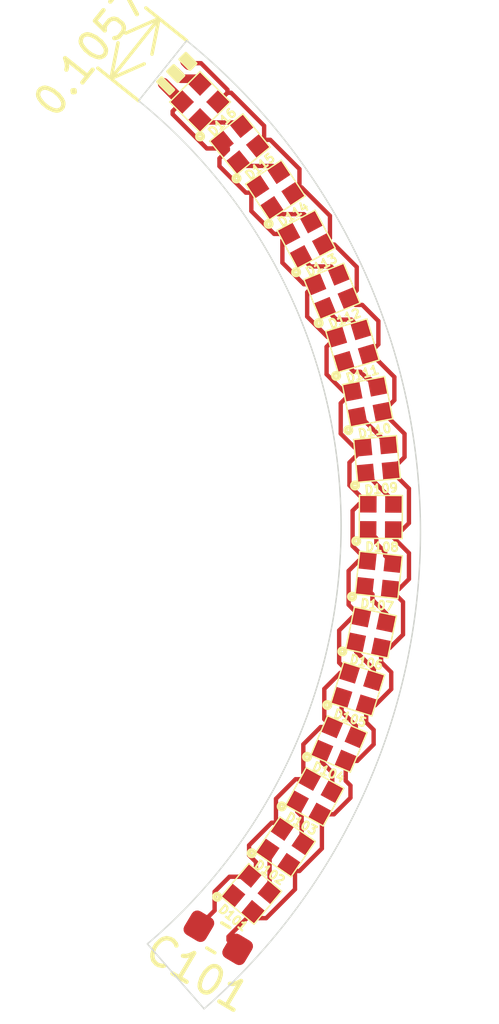
<source format=kicad_pcb>
(kicad_pcb (version 20190905) (host pcbnew "(5.99.0-218-ga43b00b66)")

  (general
    (thickness 1.6)
    (drawings 9)
    (tracks 219)
    (modules 17)
    (nets 18)
  )

  (page "A4")
  (layers
    (0 "F.Cu" signal)
    (31 "B.Cu" signal)
    (32 "B.Adhes" user)
    (33 "F.Adhes" user)
    (34 "B.Paste" user)
    (35 "F.Paste" user)
    (36 "B.SilkS" user)
    (37 "F.SilkS" user)
    (38 "B.Mask" user)
    (39 "F.Mask" user)
    (40 "Dwgs.User" user)
    (41 "Cmts.User" user)
    (42 "Eco1.User" user)
    (43 "Eco2.User" user)
    (44 "Edge.Cuts" user)
    (45 "Margin" user)
    (46 "B.CrtYd" user)
    (47 "F.CrtYd" user)
    (48 "B.Fab" user)
    (49 "F.Fab" user)
  )

  (setup
    (stackup
      (layer "F.SilkS" (type "Top Silk Screen"))
      (layer "F.Paste" (type "Top Solder Paste"))
      (layer "F.Mask" (type "Top Solder Mask") (thickness 0.01) (color "Green"))
      (layer "F.Cu" (type "copper") (thickness 0.035))
      (layer "dielectric 1" (type "core") (thickness 1.51) (material "FR4") (epsilon_r 4.5) (loss_tangent 0.02))
      (layer "B.Cu" (type "copper") (thickness 0.035))
      (layer "B.Mask" (type "Bottom Solder Mask") (thickness 0.01) (color "Green"))
      (layer "B.Paste" (type "Bottom Solder Paste"))
      (layer "B.SilkS" (type "Bottom Silk Screen"))
      (copper_finish "None")
      (dielectric_constraints no)
    )
    (last_trace_width 0.1524)
    (user_trace_width 0.25)
    (user_trace_width 0.3)
    (user_trace_width 0.4)
    (user_trace_width 0.5)
    (trace_clearance 0.1524)
    (zone_clearance 0.508)
    (zone_45_only no)
    (trace_min 0.1524)
    (via_size 0.8)
    (via_drill 0.4)
    (via_min_size 0.4)
    (via_min_drill 0.3)
    (uvia_size 0.3)
    (uvia_drill 0.1)
    (uvias_allowed no)
    (uvia_min_size 0.2)
    (uvia_min_drill 0.1)
    (max_error 0.005)
    (defaults
      (edge_clearance 0.01)
      (edge_cuts_line_width 0.05)
      (courtyard_line_width 0.05)
      (copper_line_width 0.2)
      (copper_text_dims (size 1.5 1.5) (thickness 0.3))
      (silk_line_width 0.12)
      (silk_text_dims (size 1 1) (thickness 0.15))
      (other_layers_line_width 0.1)
      (other_layers_text_dims (size 1 1) (thickness 0.15))
    )
    (pad_size 1.524 1.524)
    (pad_drill 0.762)
    (pad_to_mask_clearance 0.051)
    (solder_mask_min_width 0.25)
    (aux_axis_origin 0 0)
    (visible_elements FFFFFF7F)
    (pcbplotparams
      (layerselection 0x010fc_ffffffff)
      (usegerberextensions true)
      (usegerberattributes false)
      (usegerberadvancedattributes false)
      (creategerberjobfile false)
      (excludeedgelayer false)
      (linewidth 0.100000)
      (plotframeref false)
      (viasonmask false)
      (mode 1)
      (useauxorigin false)
      (hpglpennumber 1)
      (hpglpenspeed 20)
      (hpglpendiameter 15.000000)
      (psnegative false)
      (psa4output false)
      (plotreference false)
      (plotvalue false)
      (plotinvisibletext false)
      (padsonsilk false)
      (subtractmaskfromsilk false)
      (outputformat 1)
      (mirror false)
      (drillshape 0)
      (scaleselection 1)
      (outputdirectory "gerbers")
    )
  )

  (net 0 "")
  (net 1 "GND")
  (net 2 "+5V")
  (net 3 "Net-(D101-Pad3)")
  (net 4 "Net-(D102-Pad3)")
  (net 5 "Net-(D102-Pad1)")
  (net 6 "Net-(D103-Pad3)")
  (net 7 "Net-(D104-Pad3)")
  (net 8 "Net-(D105-Pad3)")
  (net 9 "Net-(D106-Pad3)")
  (net 10 "Net-(D107-Pad3)")
  (net 11 "Net-(D108-Pad3)")
  (net 12 "Net-(D109-Pad3)")
  (net 13 "Net-(D110-Pad3)")
  (net 14 "Net-(D111-Pad3)")
  (net 15 "Net-(D112-Pad3)")
  (net 16 "Net-(D113-Pad3)")
  (net 17 "Net-(D114-Pad3)")

  (net_class "Default" "This is the default net class."
    (clearance 0.1524)
    (trace_width 0.1524)
    (via_dia 0.8)
    (via_drill 0.4)
    (uvia_dia 0.3)
    (uvia_drill 0.1)
    (add_net "+5V")
    (add_net "GND")
    (add_net "Net-(D101-Pad3)")
    (add_net "Net-(D102-Pad1)")
    (add_net "Net-(D102-Pad3)")
    (add_net "Net-(D103-Pad3)")
    (add_net "Net-(D104-Pad3)")
    (add_net "Net-(D105-Pad3)")
    (add_net "Net-(D106-Pad3)")
    (add_net "Net-(D107-Pad3)")
    (add_net "Net-(D108-Pad3)")
    (add_net "Net-(D109-Pad3)")
    (add_net "Net-(D110-Pad3)")
    (add_net "Net-(D111-Pad3)")
    (add_net "Net-(D112-Pad3)")
    (add_net "Net-(D113-Pad3)")
    (add_net "Net-(D114-Pad3)")
  )

  (module "SK6812-EC1515:SK6812-EC1515" (layer "F.Cu") (tedit 5D9E890D) (tstamp 5D9EE613)
    (at 97.48782 90.974859 45)
    (path "/5D9FA739")
    (fp_text reference "D116" (at 0.5 0.6 45 unlocked) (layer "F.SilkS")
      (effects (font (size 0.3 0.3) (thickness 0.075)))
    )
    (fp_text value "SK6812MINI" (at 0 -0.5 45 unlocked) (layer "F.Fab")
      (effects (font (size 1 1) (thickness 0.15)))
    )
    (fp_line (start -0.3 -1.2) (end 1.2 -1.2) (layer "F.SilkS") (width 0.05))
    (fp_line (start 1.2 -1.2) (end 1.2 0.3) (layer "F.SilkS") (width 0.05))
    (fp_line (start 1.2 0.3) (end -0.3 0.3) (layer "F.SilkS") (width 0.05))
    (fp_line (start -0.3 0.3) (end -0.3 -1.2) (layer "F.SilkS") (width 0.05))
    (fp_circle (center -0.4 0.4) (end -0.4 0.3) (layer "F.SilkS") (width 0.15))
    (pad "4" smd rect (at 0 -0.9 45) (size 0.6 0.6) (layers "F.Cu" "F.Paste" "F.Mask")
      (net 1 "GND"))
    (pad "3" smd rect (at 0.9 -0.9 45) (size 0.6 0.6) (layers "F.Cu" "F.Paste" "F.Mask"))
    (pad "2" smd rect (at 0.9 0 45) (size 0.6 0.6) (layers "F.Cu" "F.Paste" "F.Mask")
      (net 2 "+5V"))
    (pad "1" smd rect (at 0 0 45) (size 0.6 0.6) (layers "F.Cu" "F.Paste" "F.Mask")
      (net 17 "Net-(D114-Pad3)"))
  )

  (module "SK6812-EC1515:SK6812-EC1515" (layer "F.Cu") (tedit 5D9E890D) (tstamp 5D9EE606)
    (at 98.816344 92.441872 39.32778911)
    (path "/5D9FA75E")
    (fp_text reference "D115" (at 0.5 0.6 39.32778911 unlocked) (layer "F.SilkS")
      (effects (font (size 0.3 0.3) (thickness 0.075)))
    )
    (fp_text value "SK6812MINI" (at 0 -0.5 39.32778911 unlocked) (layer "F.Fab")
      (effects (font (size 1 1) (thickness 0.15)))
    )
    (fp_line (start -0.3 -1.2) (end 1.2 -1.2) (layer "F.SilkS") (width 0.05))
    (fp_line (start 1.2 -1.2) (end 1.2 0.3) (layer "F.SilkS") (width 0.05))
    (fp_line (start 1.2 0.3) (end -0.3 0.3) (layer "F.SilkS") (width 0.05))
    (fp_line (start -0.3 0.3) (end -0.3 -1.2) (layer "F.SilkS") (width 0.05))
    (fp_circle (center -0.4 0.4) (end -0.4 0.3) (layer "F.SilkS") (width 0.15))
    (pad "4" smd rect (at 0 -0.9 39.3277891) (size 0.6 0.6) (layers "F.Cu" "F.Paste" "F.Mask")
      (net 1 "GND"))
    (pad "3" smd rect (at 0.9 -0.9 39.3277891) (size 0.6 0.6) (layers "F.Cu" "F.Paste" "F.Mask")
      (net 17 "Net-(D114-Pad3)"))
    (pad "2" smd rect (at 0.9 0 39.3277891) (size 0.6 0.6) (layers "F.Cu" "F.Paste" "F.Mask")
      (net 2 "+5V"))
    (pad "1" smd rect (at 0 0 39.3277891) (size 0.6 0.6) (layers "F.Cu" "F.Paste" "F.Mask")
      (net 15 "Net-(D112-Pad3)"))
  )

  (module "SK6812-EC1515:SK6812-EC1515" (layer "F.Cu") (tedit 5D9E890D) (tstamp 5D9EE5F9)
    (at 99.993365 94.03301 33.65557821)
    (path "/5D9FA76E")
    (fp_text reference "D114" (at 0.5 0.6 33.65557821 unlocked) (layer "F.SilkS")
      (effects (font (size 0.3 0.3) (thickness 0.075)))
    )
    (fp_text value "SK6812MINI" (at 0 -0.5 33.65557821 unlocked) (layer "F.Fab")
      (effects (font (size 1 1) (thickness 0.15)))
    )
    (fp_line (start -0.3 -1.2) (end 1.2 -1.2) (layer "F.SilkS") (width 0.05))
    (fp_line (start 1.2 -1.2) (end 1.2 0.3) (layer "F.SilkS") (width 0.05))
    (fp_line (start 1.2 0.3) (end -0.3 0.3) (layer "F.SilkS") (width 0.05))
    (fp_line (start -0.3 0.3) (end -0.3 -1.2) (layer "F.SilkS") (width 0.05))
    (fp_circle (center -0.4 0.4) (end -0.4 0.3) (layer "F.SilkS") (width 0.15))
    (pad "4" smd rect (at 0 -0.9 33.6555782) (size 0.6 0.6) (layers "F.Cu" "F.Paste" "F.Mask")
      (net 1 "GND"))
    (pad "3" smd rect (at 0.9 -0.9 33.6555782) (size 0.6 0.6) (layers "F.Cu" "F.Paste" "F.Mask")
      (net 15 "Net-(D112-Pad3)"))
    (pad "2" smd rect (at 0.9 0 33.6555782) (size 0.6 0.6) (layers "F.Cu" "F.Paste" "F.Mask")
      (net 2 "+5V"))
    (pad "1" smd rect (at 0 0 33.6555782) (size 0.6 0.6) (layers "F.Cu" "F.Paste" "F.Mask")
      (net 13 "Net-(D110-Pad3)"))
  )

  (module "SK6812-EC1515:SK6812-EC1515" (layer "F.Cu") (tedit 5D9E890D) (tstamp 5D9EE5EC)
    (at 101.007361 95.732691 27.98336732)
    (path "/5D9FA7AE")
    (fp_text reference "D113" (at 0.5 0.6 27.98336732 unlocked) (layer "F.SilkS")
      (effects (font (size 0.3 0.3) (thickness 0.075)))
    )
    (fp_text value "SK6812MINI" (at 0 -0.5 27.98336732 unlocked) (layer "F.Fab")
      (effects (font (size 1 1) (thickness 0.15)))
    )
    (fp_line (start -0.3 -1.2) (end 1.2 -1.2) (layer "F.SilkS") (width 0.05))
    (fp_line (start 1.2 -1.2) (end 1.2 0.3) (layer "F.SilkS") (width 0.05))
    (fp_line (start 1.2 0.3) (end -0.3 0.3) (layer "F.SilkS") (width 0.05))
    (fp_line (start -0.3 0.3) (end -0.3 -1.2) (layer "F.SilkS") (width 0.05))
    (fp_circle (center -0.4 0.4) (end -0.4 0.3) (layer "F.SilkS") (width 0.15))
    (pad "4" smd rect (at 0 -0.9 27.9833673) (size 0.6 0.6) (layers "F.Cu" "F.Paste" "F.Mask")
      (net 1 "GND"))
    (pad "3" smd rect (at 0.9 -0.9 27.9833673) (size 0.6 0.6) (layers "F.Cu" "F.Paste" "F.Mask")
      (net 13 "Net-(D110-Pad3)"))
    (pad "2" smd rect (at 0.9 0 27.9833673) (size 0.6 0.6) (layers "F.Cu" "F.Paste" "F.Mask")
      (net 2 "+5V"))
    (pad "1" smd rect (at 0 0 27.9833673) (size 0.6 0.6) (layers "F.Cu" "F.Paste" "F.Mask")
      (net 11 "Net-(D108-Pad3)"))
  )

  (module "SK6812-EC1515:SK6812-EC1515" (layer "F.Cu") (tedit 5D9E890D) (tstamp 5D9EE5DF)
    (at 101.848402 97.524269 22.31115642)
    (path "/5D9FA749")
    (fp_text reference "D112" (at 0.5 0.6 22.31115642 unlocked) (layer "F.SilkS")
      (effects (font (size 0.3 0.3) (thickness 0.075)))
    )
    (fp_text value "SK6812MINI" (at 0 -0.5 22.31115642 unlocked) (layer "F.Fab")
      (effects (font (size 1 1) (thickness 0.15)))
    )
    (fp_line (start -0.3 -1.2) (end 1.2 -1.2) (layer "F.SilkS") (width 0.05))
    (fp_line (start 1.2 -1.2) (end 1.2 0.3) (layer "F.SilkS") (width 0.05))
    (fp_line (start 1.2 0.3) (end -0.3 0.3) (layer "F.SilkS") (width 0.05))
    (fp_line (start -0.3 0.3) (end -0.3 -1.2) (layer "F.SilkS") (width 0.05))
    (fp_circle (center -0.4 0.4) (end -0.4 0.3) (layer "F.SilkS") (width 0.15))
    (pad "4" smd rect (at 0 -0.9 22.3111564) (size 0.6 0.6) (layers "F.Cu" "F.Paste" "F.Mask")
      (net 1 "GND"))
    (pad "3" smd rect (at 0.9 -0.9 22.3111564) (size 0.6 0.6) (layers "F.Cu" "F.Paste" "F.Mask")
      (net 11 "Net-(D108-Pad3)"))
    (pad "2" smd rect (at 0.9 0 22.3111564) (size 0.6 0.6) (layers "F.Cu" "F.Paste" "F.Mask")
      (net 2 "+5V"))
    (pad "1" smd rect (at 0 0 22.3111564) (size 0.6 0.6) (layers "F.Cu" "F.Paste" "F.Mask")
      (net 9 "Net-(D106-Pad3)"))
  )

  (module "SK6812-EC1515:SK6812-EC1515" (layer "F.Cu") (tedit 5D9E890D) (tstamp 5D9EE5D2)
    (at 102.508248 99.3902 16.63894553)
    (path "/5D9FA78C")
    (fp_text reference "D111" (at 0.5 0.6 16.63894553 unlocked) (layer "F.SilkS")
      (effects (font (size 0.3 0.3) (thickness 0.075)))
    )
    (fp_text value "SK6812MINI" (at 0 -0.5 16.63894553 unlocked) (layer "F.Fab")
      (effects (font (size 1 1) (thickness 0.15)))
    )
    (fp_line (start -0.3 -1.2) (end 1.2 -1.2) (layer "F.SilkS") (width 0.05))
    (fp_line (start 1.2 -1.2) (end 1.2 0.3) (layer "F.SilkS") (width 0.05))
    (fp_line (start 1.2 0.3) (end -0.3 0.3) (layer "F.SilkS") (width 0.05))
    (fp_line (start -0.3 0.3) (end -0.3 -1.2) (layer "F.SilkS") (width 0.05))
    (fp_circle (center -0.4 0.4) (end -0.4 0.3) (layer "F.SilkS") (width 0.15))
    (pad "4" smd rect (at 0 -0.9 16.6389455) (size 0.6 0.6) (layers "F.Cu" "F.Paste" "F.Mask")
      (net 1 "GND"))
    (pad "3" smd rect (at 0.9 -0.9 16.6389455) (size 0.6 0.6) (layers "F.Cu" "F.Paste" "F.Mask")
      (net 9 "Net-(D106-Pad3)"))
    (pad "2" smd rect (at 0.9 0 16.6389455) (size 0.6 0.6) (layers "F.Cu" "F.Paste" "F.Mask")
      (net 2 "+5V"))
    (pad "1" smd rect (at 0 0 16.6389455) (size 0.6 0.6) (layers "F.Cu" "F.Paste" "F.Mask")
      (net 7 "Net-(D104-Pad3)"))
  )

  (module "SK6812-EC1515:SK6812-EC1515" (layer "F.Cu") (tedit 5D9E890D) (tstamp 5D9EE5C5)
    (at 102.98044 101.312214 10.96673463)
    (path "/5D9FA7C0")
    (fp_text reference "D110" (at 0.5 0.6 10.96673463 unlocked) (layer "F.SilkS")
      (effects (font (size 0.3 0.3) (thickness 0.075)))
    )
    (fp_text value "SK6812MINI" (at 0 -0.5 10.96673463 unlocked) (layer "F.Fab")
      (effects (font (size 1 1) (thickness 0.15)))
    )
    (fp_line (start -0.3 -1.2) (end 1.2 -1.2) (layer "F.SilkS") (width 0.05))
    (fp_line (start 1.2 -1.2) (end 1.2 0.3) (layer "F.SilkS") (width 0.05))
    (fp_line (start 1.2 0.3) (end -0.3 0.3) (layer "F.SilkS") (width 0.05))
    (fp_line (start -0.3 0.3) (end -0.3 -1.2) (layer "F.SilkS") (width 0.05))
    (fp_circle (center -0.4 0.4) (end -0.4 0.3) (layer "F.SilkS") (width 0.15))
    (pad "4" smd rect (at 0 -0.9 10.9667346) (size 0.6 0.6) (layers "F.Cu" "F.Paste" "F.Mask")
      (net 1 "GND"))
    (pad "3" smd rect (at 0.9 -0.9 10.9667346) (size 0.6 0.6) (layers "F.Cu" "F.Paste" "F.Mask")
      (net 7 "Net-(D104-Pad3)"))
    (pad "2" smd rect (at 0.9 0 10.9667346) (size 0.6 0.6) (layers "F.Cu" "F.Paste" "F.Mask")
      (net 2 "+5V"))
    (pad "1" smd rect (at 0 0 10.9667346) (size 0.6 0.6) (layers "F.Cu" "F.Paste" "F.Mask")
      (net 4 "Net-(D102-Pad3)"))
  )

  (module "SK6812-EC1515:SK6812-EC1515" (layer "F.Cu") (tedit 5D9E890D) (tstamp 5D9EE5B8)
    (at 103.260355 103.271486 5.29452374)
    (path "/5D9FA79E")
    (fp_text reference "D109" (at 0.5 0.6 5.29452374 unlocked) (layer "F.SilkS")
      (effects (font (size 0.3 0.3) (thickness 0.075)))
    )
    (fp_text value "SK6812MINI" (at 0 -0.5 5.29452374 unlocked) (layer "F.Fab")
      (effects (font (size 1 1) (thickness 0.15)))
    )
    (fp_line (start -0.3 -1.2) (end 1.2 -1.2) (layer "F.SilkS") (width 0.05))
    (fp_line (start 1.2 -1.2) (end 1.2 0.3) (layer "F.SilkS") (width 0.05))
    (fp_line (start 1.2 0.3) (end -0.3 0.3) (layer "F.SilkS") (width 0.05))
    (fp_line (start -0.3 0.3) (end -0.3 -1.2) (layer "F.SilkS") (width 0.05))
    (fp_circle (center -0.4 0.4) (end -0.4 0.3) (layer "F.SilkS") (width 0.15))
    (pad "4" smd rect (at 0 -0.9 5.2945237) (size 0.6 0.6) (layers "F.Cu" "F.Paste" "F.Mask")
      (net 1 "GND"))
    (pad "3" smd rect (at 0.9 -0.9 5.2945237) (size 0.6 0.6) (layers "F.Cu" "F.Paste" "F.Mask")
      (net 4 "Net-(D102-Pad3)"))
    (pad "2" smd rect (at 0.9 0 5.2945237) (size 0.6 0.6) (layers "F.Cu" "F.Paste" "F.Mask")
      (net 2 "+5V"))
    (pad "1" smd rect (at 0 0 5.2945237) (size 0.6 0.6) (layers "F.Cu" "F.Paste" "F.Mask")
      (net 5 "Net-(D102-Pad1)"))
  )

  (module "SK6812-EC1515:SK6812-EC1515" (layer "F.Cu") (tedit 5D9E890D) (tstamp 5D9EE5AB)
    (at 103.34525 105.248831 -0.37768716)
    (path "/5DA04E8E")
    (fp_text reference "D108" (at 0.5 0.6 -0.37768716 unlocked) (layer "F.SilkS")
      (effects (font (size 0.3 0.3) (thickness 0.075)))
    )
    (fp_text value "SK6812MINI" (at 0 -0.5 -0.37768716 unlocked) (layer "F.Fab")
      (effects (font (size 1 1) (thickness 0.15)))
    )
    (fp_line (start -0.3 -1.2) (end 1.2 -1.2) (layer "F.SilkS") (width 0.05))
    (fp_line (start 1.2 -1.2) (end 1.2 0.3) (layer "F.SilkS") (width 0.05))
    (fp_line (start 1.2 0.3) (end -0.3 0.3) (layer "F.SilkS") (width 0.05))
    (fp_line (start -0.3 0.3) (end -0.3 -1.2) (layer "F.SilkS") (width 0.05))
    (fp_circle (center -0.4 0.4) (end -0.4 0.3) (layer "F.SilkS") (width 0.15))
    (pad "4" smd rect (at 0 -0.9 359.6223128) (size 0.6 0.6) (layers "F.Cu" "F.Paste" "F.Mask")
      (net 1 "GND"))
    (pad "3" smd rect (at 0.9 -0.9 359.6223128) (size 0.6 0.6) (layers "F.Cu" "F.Paste" "F.Mask")
      (net 5 "Net-(D102-Pad1)"))
    (pad "2" smd rect (at 0.9 0 359.6223128) (size 0.6 0.6) (layers "F.Cu" "F.Paste" "F.Mask")
      (net 2 "+5V"))
    (pad "1" smd rect (at 0 0 359.6223128) (size 0.6 0.6) (layers "F.Cu" "F.Paste" "F.Mask")
      (net 16 "Net-(D113-Pad3)"))
  )

  (module "SK6812-EC1515:SK6812-EC1515" (layer "F.Cu") (tedit 5D9E890D) (tstamp 5D9EE59E)
    (at 103.234294 107.224885 -6.04989805)
    (path "/5DA04E7C")
    (fp_text reference "D107" (at 0.5 0.6 -6.04989805 unlocked) (layer "F.SilkS")
      (effects (font (size 0.3 0.3) (thickness 0.075)))
    )
    (fp_text value "SK6812MINI" (at 0 -0.5 -6.04989805 unlocked) (layer "F.Fab")
      (effects (font (size 1 1) (thickness 0.15)))
    )
    (fp_line (start -0.3 -1.2) (end 1.2 -1.2) (layer "F.SilkS") (width 0.05))
    (fp_line (start 1.2 -1.2) (end 1.2 0.3) (layer "F.SilkS") (width 0.05))
    (fp_line (start 1.2 0.3) (end -0.3 0.3) (layer "F.SilkS") (width 0.05))
    (fp_line (start -0.3 0.3) (end -0.3 -1.2) (layer "F.SilkS") (width 0.05))
    (fp_circle (center -0.4 0.4) (end -0.4 0.3) (layer "F.SilkS") (width 0.15))
    (pad "4" smd rect (at 0 -0.9 353.9501019) (size 0.6 0.6) (layers "F.Cu" "F.Paste" "F.Mask")
      (net 1 "GND"))
    (pad "3" smd rect (at 0.9 -0.9 353.9501019) (size 0.6 0.6) (layers "F.Cu" "F.Paste" "F.Mask")
      (net 16 "Net-(D113-Pad3)"))
    (pad "2" smd rect (at 0.9 0 353.9501019) (size 0.6 0.6) (layers "F.Cu" "F.Paste" "F.Mask")
      (net 2 "+5V"))
    (pad "1" smd rect (at 0 0 353.9501019) (size 0.6 0.6) (layers "F.Cu" "F.Paste" "F.Mask")
      (net 14 "Net-(D111-Pad3)"))
  )

  (module "SK6812-EC1515:SK6812-EC1515" (layer "F.Cu") (tedit 5D9E890D) (tstamp 5D9EE591)
    (at 102.928575 109.180297 -11.72210895)
    (path "/5DA04EBB")
    (fp_text reference "D106" (at 0.5 0.6 -11.72210895 unlocked) (layer "F.SilkS")
      (effects (font (size 0.3 0.3) (thickness 0.075)))
    )
    (fp_text value "SK6812MINI" (at 0 -0.5 -11.72210895 unlocked) (layer "F.Fab")
      (effects (font (size 1 1) (thickness 0.15)))
    )
    (fp_line (start -0.3 -1.2) (end 1.2 -1.2) (layer "F.SilkS") (width 0.05))
    (fp_line (start 1.2 -1.2) (end 1.2 0.3) (layer "F.SilkS") (width 0.05))
    (fp_line (start 1.2 0.3) (end -0.3 0.3) (layer "F.SilkS") (width 0.05))
    (fp_line (start -0.3 0.3) (end -0.3 -1.2) (layer "F.SilkS") (width 0.05))
    (fp_circle (center -0.4 0.4) (end -0.4 0.3) (layer "F.SilkS") (width 0.15))
    (pad "4" smd rect (at 0 -0.9 348.2778911) (size 0.6 0.6) (layers "F.Cu" "F.Paste" "F.Mask")
      (net 1 "GND"))
    (pad "3" smd rect (at 0.9 -0.9 348.2778911) (size 0.6 0.6) (layers "F.Cu" "F.Paste" "F.Mask")
      (net 14 "Net-(D111-Pad3)"))
    (pad "2" smd rect (at 0.9 0 348.2778911) (size 0.6 0.6) (layers "F.Cu" "F.Paste" "F.Mask")
      (net 2 "+5V"))
    (pad "1" smd rect (at 0 0 348.2778911) (size 0.6 0.6) (layers "F.Cu" "F.Paste" "F.Mask")
      (net 12 "Net-(D109-Pad3)"))
  )

  (module "SK6812-EC1515:SK6812-EC1515" (layer "F.Cu") (tedit 5D9E890D) (tstamp 5D9EE584)
    (at 102.431084 111.095917 -17.39431984)
    (path "/5DA04E36")
    (fp_text reference "D105" (at 0.5 0.6 -17.39431984 unlocked) (layer "F.SilkS")
      (effects (font (size 0.3 0.3) (thickness 0.075)))
    )
    (fp_text value "SK6812MINI" (at 0 -0.5 -17.39431984 unlocked) (layer "F.Fab")
      (effects (font (size 1 1) (thickness 0.15)))
    )
    (fp_line (start -0.3 -1.2) (end 1.2 -1.2) (layer "F.SilkS") (width 0.05))
    (fp_line (start 1.2 -1.2) (end 1.2 0.3) (layer "F.SilkS") (width 0.05))
    (fp_line (start 1.2 0.3) (end -0.3 0.3) (layer "F.SilkS") (width 0.05))
    (fp_line (start -0.3 0.3) (end -0.3 -1.2) (layer "F.SilkS") (width 0.05))
    (fp_circle (center -0.4 0.4) (end -0.4 0.3) (layer "F.SilkS") (width 0.15))
    (pad "4" smd rect (at 0 -0.9 342.6056802) (size 0.6 0.6) (layers "F.Cu" "F.Paste" "F.Mask")
      (net 1 "GND"))
    (pad "3" smd rect (at 0.9 -0.9 342.6056802) (size 0.6 0.6) (layers "F.Cu" "F.Paste" "F.Mask")
      (net 12 "Net-(D109-Pad3)"))
    (pad "2" smd rect (at 0.9 0 342.6056802) (size 0.6 0.6) (layers "F.Cu" "F.Paste" "F.Mask")
      (net 2 "+5V"))
    (pad "1" smd rect (at 0 0 342.6056802) (size 0.6 0.6) (layers "F.Cu" "F.Paste" "F.Mask")
      (net 10 "Net-(D107-Pad3)"))
  )

  (module "SK6812-EC1515:SK6812-EC1515" (layer "F.Cu") (tedit 5D9E890D) (tstamp 5D9EE577)
    (at 101.746696 112.952989 -23.06653074)
    (path "/5DA04E6A")
    (fp_text reference "D104" (at 0.5 0.6 -23.06653074 unlocked) (layer "F.SilkS")
      (effects (font (size 0.3 0.3) (thickness 0.075)))
    )
    (fp_text value "SK6812MINI" (at 0 -0.5 -23.06653074 unlocked) (layer "F.Fab")
      (effects (font (size 1 1) (thickness 0.15)))
    )
    (fp_line (start -0.3 -1.2) (end 1.2 -1.2) (layer "F.SilkS") (width 0.05))
    (fp_line (start 1.2 -1.2) (end 1.2 0.3) (layer "F.SilkS") (width 0.05))
    (fp_line (start 1.2 0.3) (end -0.3 0.3) (layer "F.SilkS") (width 0.05))
    (fp_line (start -0.3 0.3) (end -0.3 -1.2) (layer "F.SilkS") (width 0.05))
    (fp_circle (center -0.4 0.4) (end -0.4 0.3) (layer "F.SilkS") (width 0.15))
    (pad "4" smd rect (at 0 -0.9 336.9334693) (size 0.6 0.6) (layers "F.Cu" "F.Paste" "F.Mask")
      (net 1 "GND"))
    (pad "3" smd rect (at 0.9 -0.9 336.9334693) (size 0.6 0.6) (layers "F.Cu" "F.Paste" "F.Mask")
      (net 10 "Net-(D107-Pad3)"))
    (pad "2" smd rect (at 0.9 0 336.9334693) (size 0.6 0.6) (layers "F.Cu" "F.Paste" "F.Mask")
      (net 2 "+5V"))
    (pad "1" smd rect (at 0 0 336.9334693) (size 0.6 0.6) (layers "F.Cu" "F.Paste" "F.Mask")
      (net 8 "Net-(D105-Pad3)"))
  )

  (module "SK6812-EC1515:SK6812-EC1515" (layer "F.Cu") (tedit 5D9E890D) (tstamp 5D9EE56A)
    (at 100.88211 114.733324 -28.73874163)
    (path "/5DA04E50")
    (fp_text reference "D103" (at 0.5 0.6 -28.73874163 unlocked) (layer "F.SilkS")
      (effects (font (size 0.3 0.3) (thickness 0.075)))
    )
    (fp_text value "SK6812MINI" (at 0 -0.5 -28.73874163 unlocked) (layer "F.Fab")
      (effects (font (size 1 1) (thickness 0.15)))
    )
    (fp_line (start -0.3 -1.2) (end 1.2 -1.2) (layer "F.SilkS") (width 0.05))
    (fp_line (start 1.2 -1.2) (end 1.2 0.3) (layer "F.SilkS") (width 0.05))
    (fp_line (start 1.2 0.3) (end -0.3 0.3) (layer "F.SilkS") (width 0.05))
    (fp_line (start -0.3 0.3) (end -0.3 -1.2) (layer "F.SilkS") (width 0.05))
    (fp_circle (center -0.4 0.4) (end -0.4 0.3) (layer "F.SilkS") (width 0.15))
    (pad "4" smd rect (at 0 -0.9 331.2612584) (size 0.6 0.6) (layers "F.Cu" "F.Paste" "F.Mask")
      (net 1 "GND"))
    (pad "3" smd rect (at 0.9 -0.9 331.2612584) (size 0.6 0.6) (layers "F.Cu" "F.Paste" "F.Mask")
      (net 8 "Net-(D105-Pad3)"))
    (pad "2" smd rect (at 0.9 0 331.2612584) (size 0.6 0.6) (layers "F.Cu" "F.Paste" "F.Mask")
      (net 2 "+5V"))
    (pad "1" smd rect (at 0 0 331.2612584) (size 0.6 0.6) (layers "F.Cu" "F.Paste" "F.Mask")
      (net 6 "Net-(D103-Pad3)"))
  )

  (module "SK6812-EC1515:SK6812-EC1515" (layer "F.Cu") (tedit 5D9E890D) (tstamp 5D9EE55D)
    (at 99.845795 116.419488 -34.41095253)
    (path "/5DA04EAA")
    (fp_text reference "D102" (at 0.5 0.6 -34.41095253 unlocked) (layer "F.SilkS")
      (effects (font (size 0.3 0.3) (thickness 0.075)))
    )
    (fp_text value "SK6812MINI" (at 0 -0.5 -34.41095253 unlocked) (layer "F.Fab")
      (effects (font (size 1 1) (thickness 0.15)))
    )
    (fp_line (start -0.3 -1.2) (end 1.2 -1.2) (layer "F.SilkS") (width 0.05))
    (fp_line (start 1.2 -1.2) (end 1.2 0.3) (layer "F.SilkS") (width 0.05))
    (fp_line (start 1.2 0.3) (end -0.3 0.3) (layer "F.SilkS") (width 0.05))
    (fp_line (start -0.3 0.3) (end -0.3 -1.2) (layer "F.SilkS") (width 0.05))
    (fp_circle (center -0.4 0.4) (end -0.4 0.3) (layer "F.SilkS") (width 0.15))
    (pad "4" smd rect (at 0 -0.9 325.5890475) (size 0.6 0.6) (layers "F.Cu" "F.Paste" "F.Mask")
      (net 1 "GND"))
    (pad "3" smd rect (at 0.9 -0.9 325.5890475) (size 0.6 0.6) (layers "F.Cu" "F.Paste" "F.Mask")
      (net 6 "Net-(D103-Pad3)"))
    (pad "2" smd rect (at 0.9 0 325.5890475) (size 0.6 0.6) (layers "F.Cu" "F.Paste" "F.Mask")
      (net 2 "+5V"))
    (pad "1" smd rect (at 0 0 325.5890475) (size 0.6 0.6) (layers "F.Cu" "F.Paste" "F.Mask")
      (net 3 "Net-(D101-Pad3)"))
  )

  (module "SK6812-EC1515:SK6812-EC1515" (layer "F.Cu") (tedit 5D9E890D) (tstamp 5D9EE550)
    (at 98.647898 117.994971 -40.08316342)
    (path "/5DA04ECC")
    (fp_text reference "D101" (at 0.5 0.6 -40.08316342 unlocked) (layer "F.SilkS")
      (effects (font (size 0.3 0.3) (thickness 0.075)))
    )
    (fp_text value "SK6812MINI" (at 0 -0.5 -40.08316342 unlocked) (layer "F.Fab")
      (effects (font (size 1 1) (thickness 0.15)))
    )
    (fp_line (start -0.3 -1.2) (end 1.2 -1.2) (layer "F.SilkS") (width 0.05))
    (fp_line (start 1.2 -1.2) (end 1.2 0.3) (layer "F.SilkS") (width 0.05))
    (fp_line (start 1.2 0.3) (end -0.3 0.3) (layer "F.SilkS") (width 0.05))
    (fp_line (start -0.3 0.3) (end -0.3 -1.2) (layer "F.SilkS") (width 0.05))
    (fp_circle (center -0.4 0.4) (end -0.4 0.3) (layer "F.SilkS") (width 0.15))
    (pad "4" smd rect (at 0 -0.9 319.9168366) (size 0.6 0.6) (layers "F.Cu" "F.Paste" "F.Mask")
      (net 1 "GND"))
    (pad "3" smd rect (at 0.9 -0.9 319.9168366) (size 0.6 0.6) (layers "F.Cu" "F.Paste" "F.Mask")
      (net 3 "Net-(D101-Pad3)"))
    (pad "2" smd rect (at 0.9 0 319.9168366) (size 0.6 0.6) (layers "F.Cu" "F.Paste" "F.Mask")
      (net 2 "+5V"))
    (pad "1" smd rect (at 0 0 319.9168366) (size 0.6 0.6) (layers "F.Cu" "F.Paste" "F.Mask"))
  )

  (module "Capacitor_SMD:C_0603_1608Metric" (layer "F.Cu") (tedit 5B301BBE) (tstamp 5D9EE543)
    (at 98.124217 119.471261 149.2446257)
    (descr "Capacitor SMD 0603 (1608 Metric), square (rectangular) end terminal, IPC_7351 nominal, (Body size source: http://www.tortai-tech.com/upload/download/2011102023233369053.pdf), generated with kicad-footprint-generator")
    (tags "capacitor")
    (path "/5DA16EA0")
    (attr smd)
    (fp_text reference "C101" (at 0 -1.43 329.2446257) (layer "F.SilkS")
      (effects (font (size 1 1) (thickness 0.15)))
    )
    (fp_text value "C" (at 0 1.43 329.2446257) (layer "F.Fab")
      (effects (font (size 1 1) (thickness 0.15)))
    )
    (fp_line (start -0.8 0.4) (end -0.8 -0.4) (layer "F.Fab") (width 0.1))
    (fp_line (start -0.8 -0.4) (end 0.8 -0.4) (layer "F.Fab") (width 0.1))
    (fp_line (start 0.8 -0.4) (end 0.8 0.4) (layer "F.Fab") (width 0.1))
    (fp_line (start 0.8 0.4) (end -0.8 0.4) (layer "F.Fab") (width 0.1))
    (fp_line (start -0.162779 -0.51) (end 0.162779 -0.51) (layer "F.SilkS") (width 0.12))
    (fp_line (start -0.162779 0.51) (end 0.162779 0.51) (layer "F.SilkS") (width 0.12))
    (fp_line (start -1.48 0.73) (end -1.48 -0.73) (layer "F.CrtYd") (width 0.05))
    (fp_line (start -1.48 -0.73) (end 1.48 -0.73) (layer "F.CrtYd") (width 0.05))
    (fp_line (start 1.48 -0.73) (end 1.48 0.73) (layer "F.CrtYd") (width 0.05))
    (fp_line (start 1.48 0.73) (end -1.48 0.73) (layer "F.CrtYd") (width 0.05))
    (fp_text user "%R" (at 0 0 149.2446257) (layer "F.Fab")
      (effects (font (size 0.4 0.4) (thickness 0.06)))
    )
    (pad "2" smd roundrect (at 0.7875 0 149.2446257) (size 0.875 0.95) (layers "F.Cu" "F.Paste" "F.Mask") (roundrect_rratio 0.25)
      (net 1 "GND"))
    (pad "1" smd roundrect (at -0.7875 0 149.2446257) (size 0.875 0.95) (layers "F.Cu" "F.Paste" "F.Mask") (roundrect_rratio 0.25)
      (net 2 "+5V"))
    (model "${KISYS3DMOD}/Capacitor_SMD.3dshapes/C_0603_1608Metric.wrl"
      (at (xyz 0 0 0))
      (scale (xyz 1 1 1))
      (rotate (xyz 0 0 0))
    )
  )

  (dimension 2.685517 (width 0.12) (layer "F.SilkS")
    (gr_text "2.686 mm" (at 94.224184 87.682913 51.34507116) (layer "F.SilkS")
      (effects (font (size 1 1) (thickness 0.15)))
    )
    (feature1 (pts (xy 97.020213 88.199894) (xy 95.596731 87.061306)))
    (feature2 (pts (xy 95.342763 90.297072) (xy 93.919281 89.158485)))
    (crossbar (pts (xy 94.377231 89.524781) (xy 96.054681 87.427603)))
    (arrow1a (pts (xy 96.054681 87.427603) (xy 95.808983 88.673608)))
    (arrow1b (pts (xy 96.054681 87.427603) (xy 94.893086 87.941019)))
    (arrow2a (pts (xy 94.377231 89.524781) (xy 95.538827 89.011366)))
    (arrow2b (pts (xy 94.377231 89.524781) (xy 94.622929 88.278774)))
  )
  (gr_line (start 95.649343 119.683393) (end 95.649343 119.683392) (layer "Edge.Cuts") (width 0.05))
  (gr_line (start 97.629242 121.946134) (end 95.649343 119.683393) (layer "Edge.Cuts") (width 0.05))
  (gr_line (start 97.020213 88.199894) (end 95.342763 90.297072) (layer "Edge.Cuts") (width 0.05))
  (gr_arc (start 83.133553 105.329126) (end 97.629242 121.946134) (angle -99.86882594) (layer "Edge.Cuts") (width 0.05))
  (gr_arc (start 83.345686 105.116994) (end 95.649343 119.683392) (angle -100.8225569) (layer "Edge.Cuts") (width 0.05))
  (gr_poly (pts (xy 97.134268 89.207093) (xy 96.780714 88.853539) (xy 96.992846 88.641406) (xy 97.346399 88.99496)) (layer "F.SilkS") (width 0.1))
  (gr_poly (pts (xy 96.710004 89.631356) (xy 96.922135 89.419224) (xy 96.568582 89.06567) (xy 96.35645 89.277802)) (layer "F.SilkS") (width 0.1))
  (gr_poly (pts (xy 96.427161 90.05562) (xy 96.568582 89.914198) (xy 96.144318 89.489935) (xy 96.002897 89.631355)) (layer "F.SilkS") (width 0.1))

  (segment (start 97.566651 91.053689) (end 98.82052 91.053689) (width 0.1524) (layer "F.Cu") (net 17))
  (segment (start 98.82052 91.053689) (end 98.942142 91.175312) (width 0.1524) (layer "F.Cu") (net 17))
  (segment (start 97.48782 90.974859) (end 97.566651 91.053689) (width 0.1524) (layer "F.Cu") (net 17))
  (segment (start 100.027373 92.568726) (end 100.243732 92.785085) (width 0.1524) (layer "F.Cu") (net 15))
  (segment (start 98.943197 92.568726) (end 100.027373 92.568726) (width 0.1524) (layer "F.Cu") (net 15))
  (segment (start 98.816344 92.441872) (end 98.943197 92.568726) (width 0.1524) (layer "F.Cu") (net 15))
  (segment (start 101.113591 94.249368) (end 101.158 94.293777) (width 0.1524) (layer "F.Cu") (net 13))
  (segment (start 100.209725 94.249369) (end 101.113591 94.249368) (width 0.1524) (layer "F.Cu") (net 13))
  (segment (start 101.158 94.293777) (end 101.379844 94.515621) (width 0.1524) (layer "F.Cu") (net 13))
  (segment (start 99.993365 94.03301) (end 100.209725 94.249369) (width 0.1524) (layer "F.Cu") (net 13))
  (segment (start 102.060982 96.071604) (end 102.109426 96.120048) (width 0.1524) (layer "F.Cu") (net 11))
  (segment (start 101.346275 96.071604) (end 102.060982 96.071604) (width 0.1524) (layer "F.Cu") (net 11))
  (segment (start 102.109426 96.120048) (end 102.339351 96.349973) (width 0.1524) (layer "F.Cu") (net 11))
  (segment (start 101.007361 95.732691) (end 101.346275 96.071604) (width 0.1524) (layer "F.Cu") (net 11))
  (segment (start 102.871792 98.029113) (end 103.112858 98.270179) (width 0.1524) (layer "F.Cu") (net 9))
  (segment (start 102.768611 97.925933) (end 102.871792 98.029113) (width 0.1524) (layer "F.Cu") (net 9))
  (segment (start 102.250066 97.925933) (end 102.768611 97.925933) (width 0.1524) (layer "F.Cu") (net 9))
  (segment (start 101.848402 97.524269) (end 102.250066 97.925933) (width 0.1524) (layer "F.Cu") (net 9))
  (segment (start 103.341345 100.001457) (end 103.082872 99.742983) (width 0.1524) (layer "F.Cu") (net 7))
  (segment (start 103.692789 100.257434) (end 103.436813 100.001456) (width 0.1524) (layer "F.Cu") (net 7))
  (segment (start 103.436813 100.001456) (end 103.341345 100.001457) (width 0.1524) (layer "F.Cu") (net 7))
  (segment (start 102.861031 99.742982) (end 102.508248 99.3902) (width 0.1524) (layer "F.Cu") (net 7))
  (segment (start 103.082872 99.742983) (end 102.861031 99.742982) (width 0.1524) (layer "F.Cu") (net 7))
  (segment (start 103.093402 101.312213) (end 102.98044 101.312214) (width 0.1524) (layer "F.Cu") (net 4))
  (segment (start 104.073469 102.292278) (end 103.093402 101.312213) (width 0.1524) (layer "F.Cu") (net 4))
  (segment (start 98.032787 91.958868) (end 98.245962 91.745693) (width 0.1524) (layer "F.Cu") (net 1))
  (segment (start 97.724278 91.958867) (end 98.032787 91.958868) (width 0.1524) (layer "F.Cu") (net 1))
  (segment (start 96.531529 90.766121) (end 97.724278 91.958867) (width 0.1524) (layer "F.Cu") (net 1))
  (segment (start 96.53153 90.658357) (end 96.531529 90.766121) (width 0.1524) (layer "F.Cu") (net 1))
  (segment (start 96.851424 90.338462) (end 96.53153 90.658357) (width 0.1524) (layer "F.Cu") (net 1))
  (segment (start 99.725698 91.171445) (end 99.725698 91.658315) (width 0.1524) (layer "F.Cu") (net 2))
  (segment (start 98.572822 90.018568) (end 99.725698 91.171445) (width 0.1524) (layer "F.Cu") (net 2))
  (segment (start 98.444113 90.018567) (end 98.572822 90.018568) (width 0.1524) (layer "F.Cu") (net 2))
  (segment (start 98.124217 90.338462) (end 98.444113 90.018567) (width 0.1524) (layer "F.Cu") (net 2))
  (segment (start 100.95887 92.677487) (end 100.958871 93.317872) (width 0.1524) (layer "F.Cu") (net 2))
  (segment (start 99.939697 91.658316) (end 100.95887 92.677487) (width 0.1524) (layer "F.Cu") (net 2))
  (segment (start 99.725698 91.658315) (end 99.939697 91.658316) (width 0.1524) (layer "F.Cu") (net 2))
  (segment (start 99.512522 91.87149) (end 99.725698 91.658315) (width 0.1524) (layer "F.Cu") (net 2))
  (segment (start 102.02398 94.306603) (end 102.023981 95.088551) (width 0.1524) (layer "F.Cu") (net 2))
  (segment (start 101.035248 93.317872) (end 102.02398 94.306603) (width 0.1524) (layer "F.Cu") (net 2))
  (segment (start 102.023981 95.088551) (end 101.802137 95.310396) (width 0.1524) (layer "F.Cu") (net 2))
  (segment (start 100.958871 93.317872) (end 101.035248 93.317872) (width 0.1524) (layer "F.Cu") (net 2))
  (segment (start 100.742512 93.534231) (end 100.958871 93.317872) (width 0.1524) (layer "F.Cu") (net 2))
  (segment (start 102.910949 96.952671) (end 102.681024 97.182596) (width 0.1524) (layer "F.Cu") (net 2))
  (segment (start 102.959394 96.091631) (end 102.959393 96.904226) (width 0.1524) (layer "F.Cu") (net 2))
  (segment (start 102.178159 95.310396) (end 102.959394 96.091631) (width 0.1524) (layer "F.Cu") (net 2))
  (segment (start 102.959393 96.904226) (end 102.910949 96.952671) (width 0.1524) (layer "F.Cu") (net 2))
  (segment (start 101.802137 95.310396) (end 102.178159 95.310396) (width 0.1524) (layer "F.Cu") (net 2))
  (segment (start 103.611629 98.891429) (end 103.370564 99.132495) (width 0.1524) (layer "F.Cu") (net 2))
  (segment (start 103.714809 98.788249) (end 103.611629 98.891429) (width 0.1524) (layer "F.Cu") (net 2))
  (segment (start 103.153379 97.41252) (end 103.714809 97.973951) (width 0.1524) (layer "F.Cu") (net 2))
  (segment (start 103.714809 97.973951) (end 103.714809 98.788249) (width 0.1524) (layer "F.Cu") (net 2))
  (segment (start 102.910948 97.412521) (end 103.153379 97.41252) (width 0.1524) (layer "F.Cu") (net 2))
  (segment (start 102.681024 97.182596) (end 102.910948 97.412521) (width 0.1524) (layer "F.Cu") (net 2))
  (segment (start 104.272994 99.925293) (end 104.272995 100.732009) (width 0.1524) (layer "F.Cu") (net 2))
  (segment (start 104.119981 100.885022) (end 103.864004 101.140999) (width 0.1524) (layer "F.Cu") (net 2))
  (segment (start 103.480196 99.132495) (end 104.272994 99.925293) (width 0.1524) (layer "F.Cu") (net 2))
  (segment (start 104.272995 100.732009) (end 104.119981 100.885022) (width 0.1524) (layer "F.Cu") (net 2))
  (segment (start 103.370564 99.132495) (end 103.480196 99.132495) (width 0.1524) (layer "F.Cu") (net 2))
  (segment (start 104.628482 102.716472) (end 104.432248 102.912705) (width 0.1524) (layer "F.Cu") (net 2))
  (segment (start 104.628481 101.905476) (end 104.628482 102.716472) (width 0.1524) (layer "F.Cu") (net 2))
  (segment (start 104.432248 102.912705) (end 104.156516 103.188439) (width 0.1524) (layer "F.Cu") (net 2))
  (segment (start 103.864004 101.140999) (end 104.628481 101.905476) (width 0.1524) (layer "F.Cu") (net 2))
  (segment (start 104.545235 105.254764) (end 104.245231 105.254764) (width 0.1524) (layer "F.Cu") (net 2))
  (segment (start 104.781745 105.018255) (end 104.545235 105.254764) (width 0.1524) (layer "F.Cu") (net 2))
  (segment (start 104.781746 103.813667) (end 104.781745 105.018255) (width 0.1524) (layer "F.Cu") (net 2))
  (segment (start 104.156516 103.188439) (end 104.781746 103.813667) (width 0.1524) (layer "F.Cu") (net 2))
  (segment (start 104.782694 106.968008) (end 104.430962 107.31974) (width 0.1524) (layer "F.Cu") (net 2))
  (segment (start 104.782694 106.063349) (end 104.782694 106.968008) (width 0.1524) (layer "F.Cu") (net 2))
  (segment (start 104.430962 107.31974) (end 104.129281 107.31974) (width 0.1524) (layer "F.Cu") (net 2))
  (segment (start 104.24523 105.525885) (end 104.782694 106.063349) (width 0.1524) (layer "F.Cu") (net 2))
  (segment (start 104.245231 105.254764) (end 104.24523 105.525885) (width 0.1524) (layer "F.Cu") (net 2))
  (segment (start 104.116193 109.363145) (end 103.809805 109.363146) (width 0.1524) (layer "F.Cu") (net 2))
  (segment (start 104.575957 108.903383) (end 104.116193 109.363145) (width 0.1524) (layer "F.Cu") (net 2))
  (segment (start 104.129281 107.31974) (end 104.575957 107.766415) (width 0.1524) (layer "F.Cu") (net 2))
  (segment (start 104.575957 107.766415) (end 104.575957 108.903383) (width 0.1524) (layer "F.Cu") (net 2))
  (segment (start 104.163552 110.214837) (end 104.163553 110.805719) (width 0.1524) (layer "F.Cu") (net 2))
  (segment (start 103.809805 109.861088) (end 104.163552 110.214837) (width 0.1524) (layer "F.Cu") (net 2))
  (segment (start 103.604301 111.36497) (end 103.289925 111.364969) (width 0.1524) (layer "F.Cu") (net 2))
  (segment (start 104.163553 110.805719) (end 103.604301 111.36497) (width 0.1524) (layer "F.Cu") (net 2))
  (segment (start 103.809805 109.363146) (end 103.809805 109.861088) (width 0.1524) (layer "F.Cu") (net 2))
  (segment (start 102.90081 113.305609) (end 102.57474 113.305609) (width 0.1524) (layer "F.Cu") (net 2))
  (segment (start 102.974649 113.305609) (end 102.90081 113.305609) (width 0.1524) (layer "F.Cu") (net 2))
  (segment (start 103.549527 112.730731) (end 102.974649 113.305609) (width 0.1524) (layer "F.Cu") (net 2))
  (segment (start 103.549527 112.224397) (end 103.549527 112.730731) (width 0.1524) (layer "F.Cu") (net 2))
  (segment (start 103.289926 111.964796) (end 103.549527 112.224397) (width 0.1524) (layer "F.Cu") (net 2))
  (segment (start 103.289925 111.364969) (end 103.289926 111.964796) (width 0.1524) (layer "F.Cu") (net 2))
  (segment (start 102.739886 114.590413) (end 102.164241 115.166059) (width 0.1524) (layer "F.Cu") (net 2))
  (segment (start 102.013395 115.166058) (end 101.671249 115.166059) (width 0.1524) (layer "F.Cu") (net 2))
  (segment (start 102.739887 114.163425) (end 102.739886 114.590413) (width 0.1524) (layer "F.Cu") (net 2))
  (segment (start 102.574741 113.99828) (end 102.739887 114.163425) (width 0.1524) (layer "F.Cu") (net 2))
  (segment (start 102.164241 115.166059) (end 102.013395 115.166058) (width 0.1524) (layer "F.Cu") (net 2))
  (segment (start 102.57474 113.305609) (end 102.574741 113.99828) (width 0.1524) (layer "F.Cu") (net 2))
  (segment (start 100.956906 117.143907) (end 100.804106 117.143906) (width 0.1524) (layer "F.Cu") (net 2))
  (segment (start 101.742562 116.35825) (end 100.956906 117.143907) (width 0.1524) (layer "F.Cu") (net 2))
  (segment (start 101.742563 115.237372) (end 101.742562 116.35825) (width 0.1524) (layer "F.Cu") (net 2))
  (segment (start 101.671249 115.166059) (end 101.742563 115.237372) (width 0.1524) (layer "F.Cu") (net 2))
  (segment (start 99.549414 118.787395) (end 99.336497 118.57448) (width 0.1524) (layer "F.Cu") (net 2))
  (segment (start 100.804106 117.78015) (end 99.796861 118.787396) (width 0.1524) (layer "F.Cu") (net 2))
  (segment (start 99.796861 118.787396) (end 99.549414 118.787395) (width 0.1524) (layer "F.Cu") (net 2))
  (segment (start 100.804106 117.143906) (end 100.804106 117.78015) (width 0.1524) (layer "F.Cu") (net 2))
  (segment (start 100.588299 116.928101) (end 100.804106 117.143906) (width 0.1524) (layer "F.Cu") (net 2))
  (segment (start 98.165546 92.305246) (end 98.165547 92.578498) (width 0.1524) (layer "F.Cu") (net 1))
  (segment (start 98.165547 92.578498) (end 99.087272 93.500224) (width 0.1524) (layer "F.Cu") (net 1))
  (segment (start 98.459139 92.011654) (end 98.165546 92.305246) (width 0.1524) (layer "F.Cu") (net 1))
  (segment (start 99.087272 93.500224) (end 99.278227 93.500223) (width 0.1524) (layer "F.Cu") (net 1))
  (segment (start 98.459139 91.958868) (end 98.459139 92.011654) (width 0.1524) (layer "F.Cu") (net 1))
  (segment (start 98.245962 91.745693) (end 98.459139 91.958868) (width 0.1524) (layer "F.Cu") (net 1))
  (segment (start 100.075536 94.937914) (end 100.245349 94.937914) (width 0.1524) (layer "F.Cu") (net 1))
  (segment (start 100.245349 94.937914) (end 100.585067 94.937915) (width 0.1524) (layer "F.Cu") (net 1))
  (segment (start 99.278228 94.140606) (end 100.075536 94.937914) (width 0.1524) (layer "F.Cu") (net 1))
  (segment (start 99.278227 93.500223) (end 99.278228 94.140606) (width 0.1524) (layer "F.Cu") (net 1))
  (segment (start 99.494587 93.283864) (end 99.278227 93.500223) (width 0.1524) (layer "F.Cu") (net 1))
  (segment (start 101.182453 96.691645) (end 101.50673 96.691645) (width 0.1524) (layer "F.Cu") (net 1))
  (segment (start 101.113163 96.691646) (end 101.182453 96.691645) (width 0.1524) (layer "F.Cu") (net 1))
  (segment (start 100.363223 95.941706) (end 101.113163 96.691646) (width 0.1524) (layer "F.Cu") (net 1))
  (segment (start 100.363224 95.159759) (end 100.363223 95.941706) (width 0.1524) (layer "F.Cu") (net 1))
  (segment (start 100.585067 94.937915) (end 100.363224 95.159759) (width 0.1524) (layer "F.Cu") (net 1))
  (segment (start 101.937433 98.527885) (end 102.250543 98.527884) (width 0.1524) (layer "F.Cu") (net 1))
  (segment (start 101.22836 97.818811) (end 101.937433 98.527885) (width 0.1524) (layer "F.Cu") (net 1))
  (segment (start 101.228359 96.970015) (end 101.22836 97.818811) (width 0.1524) (layer "F.Cu") (net 1))
  (segment (start 101.50673 96.691645) (end 101.228359 96.970015) (width 0.1524) (layer "F.Cu") (net 1))
  (segment (start 102.503645 100.428649) (end 102.809226 100.42865) (width 0.1524) (layer "F.Cu") (net 1))
  (segment (start 101.906297 99.8313) (end 102.503645 100.428649) (width 0.1524) (layer "F.Cu") (net 1))
  (segment (start 102.250543 98.527884) (end 101.906297 98.872132) (width 0.1524) (layer "F.Cu") (net 1))
  (segment (start 101.906297 98.872132) (end 101.906297 99.8313) (width 0.1524) (layer "F.Cu") (net 1))
  (segment (start 102.876023 102.375327) (end 103.177307 102.375327) (width 0.1524) (layer "F.Cu") (net 1))
  (segment (start 102.400235 101.899539) (end 102.876023 102.375327) (width 0.1524) (layer "F.Cu") (net 1))
  (segment (start 102.809226 100.42865) (end 102.400235 100.83764) (width 0.1524) (layer "F.Cu") (net 1))
  (segment (start 102.400235 100.83764) (end 102.400235 101.899539) (width 0.1524) (layer "F.Cu") (net 1))
  (segment (start 103.053142 104.05081) (end 103.351183 104.348852) (width 0.1524) (layer "F.Cu") (net 1))
  (segment (start 102.705341 103.70301) (end 103.053142 104.05081) (width 0.1524) (layer "F.Cu") (net 1))
  (segment (start 102.705342 102.905756) (end 102.705341 103.70301) (width 0.1524) (layer "F.Cu") (net 1))
  (segment (start 103.177307 102.433792) (end 102.705342 102.905756) (width 0.1524) (layer "F.Cu") (net 1))
  (segment (start 103.177307 102.375327) (end 103.177307 102.433792) (width 0.1524) (layer "F.Cu") (net 1))
  (segment (start 104.251164 104.262295) (end 104.251164 104.354782) (width 0.1524) (layer "F.Cu") (net 5))
  (segment (start 103.260355 103.271486) (end 104.251164 104.262295) (width 0.1524) (layer "F.Cu") (net 5))
  (segment (start 102.814668 104.58536) (end 102.814669 105.815419) (width 0.1524) (layer "F.Cu") (net 1))
  (segment (start 103.051177 104.348852) (end 102.814668 104.58536) (width 0.1524) (layer "F.Cu") (net 1))
  (segment (start 103.056379 106.057128) (end 103.329148 106.329898) (width 0.1524) (layer "F.Cu") (net 1))
  (segment (start 102.814669 105.815419) (end 103.056379 106.057128) (width 0.1524) (layer "F.Cu") (net 1))
  (segment (start 103.351183 104.348852) (end 103.051177 104.348852) (width 0.1524) (layer "F.Cu") (net 1))
  (segment (start 102.857683 108.045327) (end 103.111424 108.299067) (width 0.1524) (layer "F.Cu") (net 1))
  (segment (start 102.675736 107.86338) (end 102.857683 108.045327) (width 0.1524) (layer "F.Cu") (net 1))
  (segment (start 102.675736 106.68163) (end 102.675736 107.86338) (width 0.1524) (layer "F.Cu") (net 1))
  (segment (start 103.027468 106.329898) (end 102.675736 106.68163) (width 0.1524) (layer "F.Cu") (net 1))
  (segment (start 103.329148 106.329898) (end 103.027468 106.329898) (width 0.1524) (layer "F.Cu") (net 1))
  (segment (start 102.460753 109.997692) (end 102.700135 110.237074) (width 0.1524) (layer "F.Cu") (net 1))
  (segment (start 102.345272 109.882211) (end 102.460753 109.997692) (width 0.1524) (layer "F.Cu") (net 1))
  (segment (start 102.345272 108.758831) (end 102.345272 109.882211) (width 0.1524) (layer "F.Cu") (net 1))
  (segment (start 102.805034 108.299067) (end 102.345272 108.758831) (width 0.1524) (layer "F.Cu") (net 1))
  (segment (start 103.111424 108.299067) (end 102.805034 108.299067) (width 0.1524) (layer "F.Cu") (net 1))
  (segment (start 103.992653 108.175527) (end 103.992654 108.481916) (width 0.1524) (layer "F.Cu") (net 14))
  (segment (start 103.507064 107.689937) (end 103.992653 108.175527) (width 0.1524) (layer "F.Cu") (net 14))
  (segment (start 103.507064 107.497654) (end 103.507064 107.689937) (width 0.1524) (layer "F.Cu") (net 14))
  (segment (start 103.234294 107.224885) (end 103.507064 107.497654) (width 0.1524) (layer "F.Cu") (net 14))
  (segment (start 103.558978 110.191751) (end 103.558977 110.506127) (width 0.1524) (layer "F.Cu") (net 12))
  (segment (start 103.558978 110.117088) (end 103.558978 110.191751) (width 0.1524) (layer "F.Cu") (net 12))
  (segment (start 102.928575 109.486686) (end 103.558978 110.117088) (width 0.1524) (layer "F.Cu") (net 12))
  (segment (start 102.928575 109.180297) (end 102.928575 109.486686) (width 0.1524) (layer "F.Cu") (net 12))
  (segment (start 102.927361 112.151495) (end 102.927362 112.477564) (width 0.1524) (layer "F.Cu") (net 10))
  (segment (start 102.92736 112.077656) (end 102.927361 112.151495) (width 0.1524) (layer "F.Cu") (net 10))
  (segment (start 102.431084 111.581379) (end 102.92736 112.077656) (width 0.1524) (layer "F.Cu") (net 10))
  (segment (start 102.431084 111.095917) (end 102.431084 111.581379) (width 0.1524) (layer "F.Cu") (net 10))
  (segment (start 101.870631 111.896259) (end 102.099315 112.124944) (width 0.1524) (layer "F.Cu") (net 1))
  (segment (start 101.826509 111.852137) (end 101.870631 111.896259) (width 0.1524) (layer "F.Cu") (net 1))
  (segment (start 102.38576 110.237076) (end 101.826509 110.796326) (width 0.1524) (layer "F.Cu") (net 1))
  (segment (start 101.826509 110.796326) (end 101.826509 111.852137) (width 0.1524) (layer "F.Cu") (net 1))
  (segment (start 102.700135 110.237074) (end 102.38576 110.237076) (width 0.1524) (layer "F.Cu") (net 1))
  (segment (start 102.103985 114.034775) (end 102.103983 114.37692) (width 0.1524) (layer "F.Cu") (net 8))
  (segment (start 102.103983 113.710184) (end 102.103985 114.034775) (width 0.1524) (layer "F.Cu") (net 8))
  (segment (start 101.746695 113.352896) (end 102.103983 113.710184) (width 0.1524) (layer "F.Cu") (net 8))
  (segment (start 101.746696 112.952989) (end 101.746695 113.352896) (width 0.1524) (layer "F.Cu") (net 8))
  (segment (start 101.773246 112.124943) (end 102.099315 112.124944) (width 0.1524) (layer "F.Cu") (net 1))
  (segment (start 101.699407 112.124943) (end 101.773246 112.124943) (width 0.1524) (layer "F.Cu") (net 1))
  (segment (start 101.093873 112.730477) (end 101.699407 112.124943) (width 0.1524) (layer "F.Cu") (net 1))
  (segment (start 101.093873 113.723214) (end 101.093873 112.730477) (width 0.1524) (layer "F.Cu") (net 1))
  (segment (start 101.314845 113.944185) (end 101.093873 113.723214) (width 0.1524) (layer "F.Cu") (net 1))
  (segment (start 100.138599 114.627438) (end 100.1386 115.461176) (width 0.1524) (layer "F.Cu") (net 1))
  (segment (start 101.314845 113.944185) (end 100.821853 113.944184) (width 0.1524) (layer "F.Cu") (net 1))
  (segment (start 100.821853 113.944184) (end 100.138599 114.627438) (width 0.1524) (layer "F.Cu") (net 1))
  (segment (start 101.035347 116.124029) (end 101.096912 116.185595) (width 0.1524) (layer "F.Cu") (net 6))
  (segment (start 101.035347 115.228705) (end 101.035347 116.124029) (width 0.1524) (layer "F.Cu") (net 6))
  (segment (start 100.882111 115.075469) (end 101.035347 115.228705) (width 0.1524) (layer "F.Cu") (net 6))
  (segment (start 100.88211 114.733324) (end 100.882111 115.075469) (width 0.1524) (layer "F.Cu") (net 6))
  (segment (start 99.916006 116.489699) (end 99.916006 117.88588) (width 0.1524) (layer "F.Cu") (net 3))
  (segment (start 99.845795 116.419488) (end 99.916006 116.489699) (width 0.1524) (layer "F.Cu") (net 3))
  (segment (start 99.200144 116.246832) (end 99.985799 115.461177) (width 0.1524) (layer "F.Cu") (net 1))
  (segment (start 99.200144 116.592145) (end 99.200144 116.246832) (width 0.1524) (layer "F.Cu") (net 1))
  (segment (start 100.1386 115.461176) (end 100.354407 115.676984) (width 0.1524) (layer "F.Cu") (net 1))
  (segment (start 99.440321 116.832321) (end 99.200144 116.592145) (width 0.1524) (layer "F.Cu") (net 1))
  (segment (start 99.985799 115.461177) (end 100.1386 115.461176) (width 0.1524) (layer "F.Cu") (net 1))
  (segment (start 99.440322 117.093457) (end 99.440321 116.832321) (width 0.1524) (layer "F.Cu") (net 1))
  (segment (start 99.227406 117.306371) (end 99.440322 117.093457) (width 0.1524) (layer "F.Cu") (net 1))
  (segment (start 103.951366 106.151983) (end 104.224136 106.424753) (width 0.1524) (layer "F.Cu") (net 16))
  (segment (start 103.643291 105.724079) (end 103.951366 106.032154) (width 0.1524) (layer "F.Cu") (net 16))
  (segment (start 103.643292 105.546873) (end 103.643291 105.724079) (width 0.1524) (layer "F.Cu") (net 16))
  (segment (start 103.951366 106.032154) (end 103.951366 106.151983) (width 0.1524) (layer "F.Cu") (net 16))
  (segment (start 103.34525 105.248831) (end 103.643292 105.546873) (width 0.1524) (layer "F.Cu") (net 16))
  (segment (start 98.481789 119.429187) (end 98.48179 119.554796) (width 0.1524) (layer "F.Cu") (net 2))
  (segment (start 98.48179 119.554796) (end 98.800963 119.87397) (width 0.1524) (layer "F.Cu") (net 2))
  (segment (start 99.336497 118.57448) (end 98.481789 119.429187) (width 0.1524) (layer "F.Cu") (net 2))
  (segment (start 97.996585 118.519442) (end 97.447472 119.068554) (width 0.1524) (layer "F.Cu") (net 1))
  (segment (start 97.996584 117.863915) (end 97.996585 118.519442) (width 0.1524) (layer "F.Cu") (net 1))
  (segment (start 98.516841 117.343659) (end 97.996584 117.863915) (width 0.1524) (layer "F.Cu") (net 1))
  (segment (start 99.227406 117.306371) (end 99.19012 117.343658) (width 0.1524) (layer "F.Cu") (net 1))
  (segment (start 99.19012 117.343658) (end 98.516841 117.343659) (width 0.1524) (layer "F.Cu") (net 1))
  (segment (start 96.851424 90.338462) (end 96.215029 89.702067) (width 0.4) (layer "F.Cu") (net 1))
  (segment (start 97.487821 89.702066) (end 97.417111 89.631355) (width 0.4) (layer "F.Cu") (net 0))
  (segment (start 96.759853 89.465665) (end 96.605641 89.311453) (width 0.4) (layer "F.Cu") (net 0))
  (segment (start 98.444113 90.018567) (end 98.444112 89.910803) (width 0.1524) (layer "F.Cu") (net 2))
  (segment (start 97.315059 89.529305) (end 97.487821 89.702066) (width 0.3) (layer "F.Cu") (net 0))
  (segment (start 96.823493 89.529305) (end 97.315059 89.529305) (width 0.3) (layer "F.Cu") (net 0))
  (segment (start 96.759853 89.465665) (end 96.823493 89.529305) (width 0.3) (layer "F.Cu") (net 0))
  (segment (start 97.52015 88.986841) (end 98.444112 89.910803) (width 0.1524) (layer "F.Cu") (net 2))
  (segment (start 97.142364 88.986841) (end 97.52015 88.986841) (width 0.1524) (layer "F.Cu") (net 2))
  (segment (start 97.102309 89.026896) (end 97.142364 88.986841) (width 0.1524) (layer "F.Cu") (net 2))
  (segment (start 97.066965 88.991551) (end 97.102309 89.026896) (width 0.4) (layer "F.Cu") (net 2))
  (segment (start 97.066965 88.991551) (end 96.996255 88.92084) (width 0.4) (layer "F.Cu") (net 2))

)

</source>
